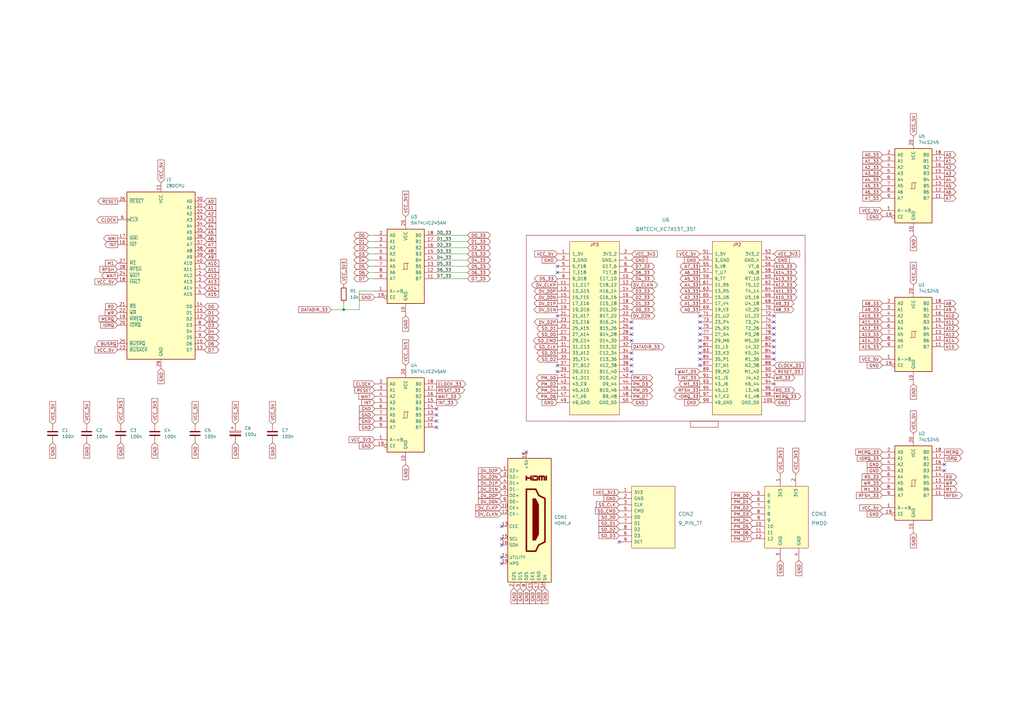
<source format=kicad_sch>
(kicad_sch (version 20211123) (generator eeschema)
  (paper "A3")
  (title_block (title "MSX-Tang Nano 9K Breakout") (date "2023-03-01"))
  (lib_symbols
    (symbol "74xx:74LS245" (pin_names (offset 1.016))
      (property "Reference" "U" (at -7.62 16.51 0))
      (property "Value" "74LS245" (at -7.62 -16.51 0))
      (symbol "74LS245_1_0"
        (pin input line (at -12.7 -10.16 0) (length 5.08) (name "A->B") (number "1"))
        (pin power_in line (at 0 -20.32 90) (length 5.08) (name "GND") (number "10"))
        (pin tri_state line (at 12.7 -5.08 180) (length 5.08) (name "B7") (number "11"))
        (pin tri_state line (at 12.7 -2.54 180) (length 5.08) (name "B6") (number "12"))
        (pin tri_state line (at 12.7 0 180) (length 5.08) (name "B5") (number "13"))
        (pin tri_state line (at 12.7 2.54 180) (length 5.08) (name "B4") (number "14"))
        (pin tri_state line (at 12.7 5.08 180) (length 5.08) (name "B3") (number "15"))
        (pin tri_state line (at 12.7 7.62 180) (length 5.08) (name "B2") (number "16"))
        (pin tri_state line (at 12.7 10.16 180) (length 5.08) (name "B1") (number "17"))
        (pin tri_state line (at 12.7 12.7 180) (length 5.08) (name "B0") (number "18"))
        (pin input inverted (at -12.7 -12.7 0) (length 5.08) (name "CE") (number "19"))
        (pin tri_state line (at -12.7 12.7 0) (length 5.08) (name "A0") (number "2"))
        (pin power_in line (at 0 20.32 270) (length 5.08) (name "VCC") (number "20"))
        (pin tri_state line (at -12.7 10.16 0) (length 5.08) (name "A1") (number "3"))
        (pin tri_state line (at -12.7 7.62 0) (length 5.08) (name "A2") (number "4"))
        (pin tri_state line (at -12.7 5.08 0) (length 5.08) (name "A3") (number "5"))
        (pin tri_state line (at -12.7 2.54 0) (length 5.08) (name "A4") (number "6"))
        (pin tri_state line (at -12.7 0 0) (length 5.08) (name "A5") (number "7"))
        (pin tri_state line (at -12.7 -2.54 0) (length 5.08) (name "A6") (number "8"))
        (pin tri_state line (at -12.7 -5.08 0) (length 5.08) (name "A7") (number "9"))
      )
    )
    (symbol "CPU:Z80CPU" (pin_names (offset 1.016))
      (property "Reference" "U" (at -13.97 35.56 0))
      (property "Value" "Z80CPU" (at 6.35 35.56 0))
      (symbol "Z80CPU_1_1"
        (pin output line (at 17.78 2.54 180) (length 3.81) (name "A11") (number "1"))
        (pin bidirectional line (at 17.78 -27.94 180) (length 3.81) (name "D6") (number "10"))
        (pin power_in line (at 0 38.1 270) (length 3.81) (name "VCC") (number "11"))
        (pin bidirectional line (at 17.78 -17.78 180) (length 3.81) (name "D2") (number "12"))
        (pin bidirectional line (at 17.78 -30.48 180) (length 3.81) (name "D7") (number "13"))
        (pin bidirectional line (at 17.78 -12.7 180) (length 3.81) (name "D0") (number "14"))
        (pin bidirectional line (at 17.78 -15.24 180) (length 3.81) (name "D1") (number "15"))
        (pin input line (at -17.78 12.7 0) (length 3.81) (name "~{INT}") (number "16"))
        (pin input line (at -17.78 15.24 0) (length 3.81) (name "~{NMI}") (number "17"))
        (pin output line (at -17.78 -2.54 0) (length 3.81) (name "~{HALT}") (number "18"))
        (pin output line (at -17.78 -17.78 0) (length 3.81) (name "~{MREQ}") (number "19"))
        (pin output line (at 17.78 0 180) (length 3.81) (name "A12") (number "2"))
        (pin output line (at -17.78 -20.32 0) (length 3.81) (name "~{IORQ}") (number "20"))
        (pin output line (at -17.78 -12.7 0) (length 3.81) (name "~{RD}") (number "21"))
        (pin output line (at -17.78 -15.24 0) (length 3.81) (name "~{WR}") (number "22"))
        (pin output line (at -17.78 -30.48 0) (length 3.81) (name "~{BUSACK}") (number "23"))
        (pin input line (at -17.78 0 0) (length 3.81) (name "~{WAIT}") (number "24"))
        (pin input line (at -17.78 -27.94 0) (length 3.81) (name "~{BUSRQ}") (number "25"))
        (pin input line (at -17.78 30.48 0) (length 3.81) (name "~{RESET}") (number "26"))
        (pin output line (at -17.78 5.08 0) (length 3.81) (name "~{M1}") (number "27"))
        (pin output line (at -17.78 2.54 0) (length 3.81) (name "~{RFSH}") (number "28"))
        (pin power_in line (at 0 -38.1 90) (length 3.81) (name "GND") (number "29"))
        (pin output line (at 17.78 -2.54 180) (length 3.81) (name "A13") (number "3"))
        (pin output line (at 17.78 30.48 180) (length 3.81) (name "A0") (number "30"))
        (pin output line (at 17.78 27.94 180) (length 3.81) (name "A1") (number "31"))
        (pin output line (at 17.78 25.4 180) (length 3.81) (name "A2") (number "32"))
        (pin output line (at 17.78 22.86 180) (length 3.81) (name "A3") (number "33"))
        (pin output line (at 17.78 20.32 180) (length 3.81) (name "A4") (number "34"))
        (pin output line (at 17.78 17.78 180) (length 3.81) (name "A5") (number "35"))
        (pin output line (at 17.78 15.24 180) (length 3.81) (name "A6") (number "36"))
        (pin output line (at 17.78 12.7 180) (length 3.81) (name "A7") (number "37"))
        (pin output line (at 17.78 10.16 180) (length 3.81) (name "A8") (number "38"))
        (pin output line (at 17.78 7.62 180) (length 3.81) (name "A9") (number "39"))
        (pin output line (at 17.78 -5.08 180) (length 3.81) (name "A14") (number "4"))
        (pin output line (at 17.78 5.08 180) (length 3.81) (name "A10") (number "40"))
        (pin output line (at 17.78 -7.62 180) (length 3.81) (name "A15") (number "5"))
        (pin input clock (at -17.78 22.86 0) (length 3.81) (name "~{CLK}") (number "6"))
        (pin bidirectional line (at 17.78 -22.86 180) (length 3.81) (name "D4") (number "7"))
        (pin bidirectional line (at 17.78 -20.32 180) (length 3.81) (name "D3") (number "8"))
        (pin bidirectional line (at 17.78 -25.4 180) (length 3.81) (name "D5") (number "9"))
      )
    )
    (symbol "Connector:HDMI_A"
      (property "Reference" "J" (at -6.35 26.67 0))
      (property "Value" "HDMI_A" (at 10.16 26.67 0))
      (symbol "HDMI_A_1_1"
        (pin passive line (at -10.16 20.32 0) (length 2.54) (name "D2+") (number "1"))
        (pin passive line (at -10.16 5.08 0) (length 2.54) (name "CK+") (number "10"))
        (pin power_in line (at 2.54 -27.94 90) (length 2.54) (name "CKS") (number "11"))
        (pin passive line (at -10.16 2.54 0) (length 2.54) (name "CK-") (number "12"))
        (pin bidirectional line (at -10.16 -2.54 0) (length 2.54) (name "CEC") (number "13"))
        (pin passive line (at -10.16 -15.24 0) (length 2.54) (name "UTILITY") (number "14"))
        (pin passive line (at -10.16 -7.62 0) (length 2.54) (name "SCL") (number "15"))
        (pin bidirectional line (at -10.16 -10.16 0) (length 2.54) (name "SDA") (number "16"))
        (pin power_in line (at 5.08 -27.94 90) (length 2.54) (name "GND") (number "17"))
        (pin power_in line (at 0 27.94 270) (length 2.54) (name "+5V") (number "18"))
        (pin passive line (at -10.16 -17.78 0) (length 2.54) (name "HPD") (number "19"))
        (pin power_in line (at -5.08 -27.94 90) (length 2.54) (name "D2S") (number "2"))
        (pin passive line (at -10.16 17.78 0) (length 2.54) (name "D2-") (number "3"))
        (pin passive line (at -10.16 15.24 0) (length 2.54) (name "D1+") (number "4"))
        (pin power_in line (at -2.54 -27.94 90) (length 2.54) (name "D1S") (number "5"))
        (pin passive line (at -10.16 12.7 0) (length 2.54) (name "D1-") (number "6"))
        (pin passive line (at -10.16 10.16 0) (length 2.54) (name "D0+") (number "7"))
        (pin power_in line (at 0 -27.94 90) (length 2.54) (name "D0S") (number "8"))
        (pin passive line (at -10.16 7.62 0) (length 2.54) (name "D0-") (number "9"))
        (pin passive line (at 7.62 -27.94 90) (length 2.54) (name "SH") (number "SH"))
      )
    )
    (symbol "Device:C" (pin_numbers hide) (pin_names (offset 0.254))
      (property "Reference" "C" (at 0.635 2.54 0))
      (property "Value" "C" (at 0.635 -2.54 0))
      (symbol "C_1_1"
        (pin passive line (at 0 3.81 270) (length 2.794) (name "~") (number "1"))
        (pin passive line (at 0 -3.81 90) (length 2.794) (name "~") (number "2"))
      )
    )
    (symbol "Device:C_Polarized" (pin_numbers hide) (pin_names (offset 0.254))
      (property "Reference" "C" (at 0.635 2.54 0))
      (property "Value" "C_Polarized" (at 0.635 -2.54 0))
      (symbol "C_Polarized_1_1"
        (pin passive line (at 0 3.81 270) (length 2.794) (name "~") (number "1"))
        (pin passive line (at 0 -3.81 90) (length 2.794) (name "~") (number "2"))
      )
    )
    (symbol "Device:R" (pin_numbers hide) (pin_names (offset 0))
      (property "Reference" "R" (at 2.032 0 90))
      (property "Value" "R" (at 0 0 90))
      (symbol "R_1_1"
        (pin passive line (at 0 3.81 270) (length 1.27) (name "~") (number "1"))
        (pin passive line (at 0 -3.81 90) (length 1.27) (name "~") (number "2"))
      )
    )
    (symbol "Mi_libreria:9_PIN_TF" (pin_names (offset 1.016))
      (property "Reference" "CON1" (at -1.27 3.81 0))
      (property "Value" "9_PIN_TF" (at -3.81 -1.27 0))
      (symbol "9_PIN_TF_1_0"
        (pin bidirectional line (at -13.97 10.16 0) (length 5) (name "3V3") (number "1"))
        (pin bidirectional line (at -13.97 7.62 0) (length 5) (name "GND") (number "2"))
        (pin bidirectional line (at -13.97 5.08 0) (length 5) (name "CLK") (number "3"))
        (pin bidirectional line (at -13.97 0 0) (length 5) (name "D0") (number "4"))
        (pin bidirectional line (at -13.97 2.54 0) (length 5) (name "CMD") (number "5"))
        (pin bidirectional line (at -13.97 -7.62 0) (length 5) (name "D3") (number "6"))
        (pin bidirectional line (at -13.97 -2.54 0) (length 5) (name "D1") (number "7"))
        (pin bidirectional line (at -13.97 -5.08 0) (length 5) (name "D2") (number "8"))
        (pin bidirectional line (at -13.97 -10.16 0) (length 5) (name "DET") (number "9"))
      )
    )
    (symbol "Mi_libreria:PMOD" (pin_names (offset 1.016))
      (property "Reference" "CON1" (at -1.27 3.81 0))
      (property "Value" "PMOD" (at -3.81 -1.27 0))
      (symbol "PMOD_1_0"
        (pin bidirectional line (at -2.54 17.78 270) (length 5) (name "3V3") (number "1"))
        (pin bidirectional line (at -13.97 -3.81 0) (length 5) (name "10") (number "10"))
        (pin bidirectional line (at -13.97 -6.35 0) (length 5) (name "11") (number "11"))
        (pin bidirectional line (at -13.97 -8.89 0) (length 5) (name "12") (number "12"))
        (pin bidirectional line (at 3.81 17.78 270) (length 5) (name "3V3") (number "2"))
        (pin bidirectional line (at -2.54 -17.78 90) (length 5) (name "GND") (number "3"))
        (pin bidirectional line (at 5.08 -17.78 90) (length 5) (name "GND") (number "4"))
        (pin bidirectional line (at -13.97 8.89 0) (length 5) (name "5") (number "5"))
        (pin bidirectional line (at -13.97 6.35 0) (length 5) (name "6") (number "6"))
        (pin bidirectional line (at -13.97 3.81 0) (length 5) (name "7") (number "7"))
        (pin bidirectional line (at -13.97 1.27 0) (length 5) (name "8") (number "8"))
        (pin bidirectional line (at -13.97 -1.27 0) (length 5) (name "9") (number "9"))
      )
    )
    (symbol "Mi_libreria:QMTECH_XC7A15T_35T" (pin_names (offset 1.016))
      (property "Reference" "U" (at -2.54 41.91 0))
      (property "Value" "QMTECH_XC7A15T_35T" (at -11.43 36.83 0))
      (symbol "QMTECH_XC7A15T_35T_0_0"
        (text "JP2" (at 29.21 31.75 0) (effects (font (size 1.27 1.27))))
        (text "JP3" (at -29.21 31.75 0) (effects (font (size 1.27 1.27))))
      )
      (symbol "QMTECH_XC7A15T_35T_1_0"
        (pin bidirectional line (at -44.45 27.94 0) (length 5) (name "1_5V") (number "1"))
        (pin bidirectional line (at -13.97 17.78 180) (length 5) (name "E17_10") (number "10"))
        (pin bidirectional line (at 44.45 -33.02 180) (length 5) (name "GND_50") (number "100"))
        (pin bidirectional line (at -44.45 15.24 0) (length 5) (name "11_C17") (number "11"))
        (pin bidirectional line (at -13.97 15.24 180) (length 5) (name "C18_12") (number "12"))
        (pin bidirectional line (at -44.45 12.7 0) (length 5) (name "13_G15") (number "13"))
        (pin bidirectional line (at -13.97 12.7 180) (length 5) (name "H16_14") (number "14"))
        (pin bidirectional line (at -44.45 10.16 0) (length 5) (name "15_F15") (number "15"))
        (pin bidirectional line (at -13.97 10.16 180) (length 5) (name "G16_16") (number "16"))
        (pin bidirectional line (at -44.45 7.62 0) (length 5) (name "17_E16") (number "17"))
        (pin bidirectional line (at -13.97 7.62 180) (length 5) (name "E15_18") (number "18"))
        (pin bidirectional line (at -44.45 5.08 0) (length 5) (name "19_D16") (number "19"))
        (pin bidirectional line (at -13.97 27.94 180) (length 5) (name "3V3_2") (number "2"))
        (pin bidirectional line (at -13.97 5.08 180) (length 5) (name "D15_20") (number "20"))
        (pin bidirectional line (at -44.45 2.54 0) (length 5) (name "21_A17") (number "21"))
        (pin bidirectional line (at -13.97 2.54 180) (length 5) (name "B17_22") (number "22"))
        (pin bidirectional line (at -44.45 0 0) (length 5) (name "23_C16") (number "23"))
        (pin bidirectional line (at -13.97 0 180) (length 5) (name "B16_24") (number "24"))
        (pin bidirectional line (at -44.45 -2.54 0) (length 5) (name "25_A15") (number "25"))
        (pin bidirectional line (at -13.97 -2.54 180) (length 5) (name "B15_26") (number "26"))
        (pin bidirectional line (at -44.45 -5.08 0) (length 5) (name "27_A14") (number "27"))
        (pin bidirectional line (at -13.97 -5.08 180) (length 5) (name "B14_28") (number "28"))
        (pin bidirectional line (at -44.45 -7.62 0) (length 5) (name "29_C14") (number "29"))
        (pin bidirectional line (at -44.45 25.4 0) (length 5) (name "3_GND") (number "3"))
        (pin bidirectional line (at -13.97 -7.62 180) (length 5) (name "D14_30") (number "30"))
        (pin bidirectional line (at -44.45 -10.16 0) (length 5) (name "31_C13") (number "31"))
        (pin bidirectional line (at -13.97 -10.16 180) (length 5) (name "D13_32") (number "32"))
        (pin bidirectional line (at -44.45 -12.7 0) (length 5) (name "33_A13") (number "33"))
        (pin bidirectional line (at -13.97 -12.7 180) (length 5) (name "C12_34") (number "34"))
        (pin bidirectional line (at -44.45 -15.24 0) (length 5) (name "35_F14") (number "35"))
        (pin bidirectional line (at -13.97 -15.24 180) (length 5) (name "E13_36") (number "36"))
        (pin bidirectional line (at -44.45 -17.78 0) (length 5) (name "37_B12") (number "37"))
        (pin bidirectional line (at -13.97 -17.78 180) (length 5) (name "A12_38") (number "38"))
        (pin bidirectional line (at -44.45 -20.32 0) (length 5) (name "39_C11") (number "39"))
        (pin bidirectional line (at -13.97 25.4 180) (length 5) (name "GND_4") (number "4"))
        (pin bidirectional line (at -13.97 -20.32 180) (length 5) (name "B11_40") (number "40"))
        (pin bidirectional line (at -44.45 -22.86 0) (length 5) (name "41_D11") (number "41"))
        (pin bidirectional line (at -13.97 -22.86 180) (length 5) (name "D10_42") (number "42"))
        (pin bidirectional line (at -44.45 -25.4 0) (length 5) (name "43_C9") (number "43"))
        (pin bidirectional line (at -13.97 -25.4 180) (length 5) (name "D9_44") (number "44"))
        (pin bidirectional line (at -44.45 -27.94 0) (length 5) (name "45_A10") (number "45"))
        (pin bidirectional line (at -13.97 -27.94 180) (length 5) (name "B10_46") (number "46"))
        (pin bidirectional line (at -44.45 -30.48 0) (length 5) (name "47_A9") (number "47"))
        (pin bidirectional line (at -13.97 -30.48 180) (length 5) (name "B9_48") (number "48"))
        (pin bidirectional line (at -44.45 -33.02 0) (length 5) (name "49_GND") (number "49"))
        (pin bidirectional line (at -44.45 22.86 0) (length 5) (name "5_F18") (number "5"))
        (pin bidirectional line (at -13.97 -33.02 180) (length 5) (name "GND_50") (number "50"))
        (pin bidirectional line (at 13.97 27.94 0) (length 5) (name "1_5V") (number "51"))
        (pin bidirectional line (at 44.45 27.94 180) (length 5) (name "3V3_2") (number "52"))
        (pin bidirectional line (at 13.97 25.4 0) (length 5) (name "3_GND") (number "53"))
        (pin bidirectional line (at 44.45 25.4 180) (length 5) (name "GND_4") (number "54"))
        (pin bidirectional line (at 13.97 22.86 0) (length 5) (name "5_V8") (number "55"))
        (pin bidirectional line (at 44.45 22.86 180) (length 5) (name "V7_6") (number "56"))
        (pin bidirectional line (at 13.97 20.32 0) (length 5) (name "7_U7") (number "57"))
        (pin bidirectional line (at 44.45 20.32 180) (length 5) (name "V6_8") (number "58"))
        (pin bidirectional line (at 13.97 17.78 0) (length 5) (name "9_T7") (number "59"))
        (pin bidirectional line (at -13.97 22.86 180) (length 5) (name "G17_6") (number "6"))
        (pin bidirectional line (at 44.45 17.78 180) (length 5) (name "R7_10") (number "60"))
        (pin bidirectional line (at 13.97 15.24 0) (length 5) (name "11_R6") (number "61"))
        (pin bidirectional line (at 44.45 15.24 180) (length 5) (name "T5_12") (number "62"))
        (pin bidirectional line (at 13.97 12.7 0) (length 5) (name "13_R5") (number "63"))
        (pin bidirectional line (at 44.45 12.7 180) (length 5) (name "T4_14") (number "64"))
        (pin bidirectional line (at 13.97 10.16 0) (length 5) (name "15_U6") (number "65"))
        (pin bidirectional line (at 44.45 10.16 180) (length 5) (name "U5_16") (number "66"))
        (pin bidirectional line (at 13.97 7.62 0) (length 5) (name "17_V4") (number "67"))
        (pin bidirectional line (at 44.45 7.62 180) (length 5) (name "U4_18") (number "68"))
        (pin bidirectional line (at 13.97 5.08 0) (length 5) (name "19_V3") (number "69"))
        (pin bidirectional line (at -44.45 20.32 0) (length 5) (name "7_E18") (number "7"))
        (pin bidirectional line (at 44.45 5.08 180) (length 5) (name "V2_20") (number "70"))
        (pin bidirectional line (at 13.97 2.54 0) (length 5) (name "21_U2") (number "71"))
        (pin bidirectional line (at 44.45 2.54 180) (length 5) (name "U1_22") (number "72"))
        (pin bidirectional line (at 13.97 0 0) (length 5) (name "23_P4") (number "73"))
        (pin bidirectional line (at 44.45 0 180) (length 5) (name "T3_24") (number "74"))
        (pin bidirectional line (at 13.97 -2.54 0) (length 5) (name "25_R3") (number "75"))
        (pin bidirectional line (at 44.45 -2.54 180) (length 5) (name "T2_26") (number "76"))
        (pin bidirectional line (at 13.97 -5.08 0) (length 5) (name "27_N4") (number "77"))
        (pin bidirectional line (at 44.45 -5.08 180) (length 5) (name "P3_28") (number "78"))
        (pin bidirectional line (at 13.97 -7.62 0) (length 5) (name "29_M6") (number "79"))
        (pin bidirectional line (at -13.97 20.32 180) (length 5) (name "F17_8") (number "8"))
        (pin bidirectional line (at 44.45 -7.62 180) (length 5) (name "M5_30") (number "80"))
        (pin bidirectional line (at 13.97 -10.16 0) (length 5) (name "31_L5") (number "81"))
        (pin bidirectional line (at 44.45 -10.16 180) (length 5) (name "L4_32") (number "82"))
        (pin bidirectional line (at 13.97 -12.7 0) (length 5) (name "33_K3") (number "83"))
        (pin bidirectional line (at 44.45 -12.7 180) (length 5) (name "K5_34") (number "84"))
        (pin bidirectional line (at 13.97 -15.24 0) (length 5) (name "35_P1") (number "85"))
        (pin bidirectional line (at 44.45 -15.24 180) (length 5) (name "R1_36") (number "86"))
        (pin bidirectional line (at 13.97 -17.78 0) (length 5) (name "37_N1") (number "87"))
        (pin bidirectional line (at 44.45 -17.78 180) (length 5) (name "N2_38") (number "88"))
        (pin bidirectional line (at 13.97 -20.32 0) (length 5) (name "39_M2") (number "89"))
        (pin bidirectional line (at -44.45 17.78 0) (length 5) (name "9_D18") (number "9"))
        (pin bidirectional line (at 44.45 -20.32 180) (length 5) (name "M1_40") (number "90"))
        (pin bidirectional line (at 13.97 -22.86 0) (length 5) (name "41_J5") (number "91"))
        (pin bidirectional line (at 44.45 -22.86 180) (length 5) (name "J4_42") (number "92"))
        (pin bidirectional line (at 13.97 -25.4 0) (length 5) (name "43_J6") (number "93"))
        (pin bidirectional line (at 44.45 -25.4 180) (length 5) (name "K6_44") (number "94"))
        (pin bidirectional line (at 13.97 -27.94 0) (length 5) (name "45_L2") (number "95"))
        (pin bidirectional line (at 44.45 -27.94 180) (length 5) (name "L3_46") (number "96"))
        (pin bidirectional line (at 13.97 -30.48 0) (length 5) (name "47_K2") (number "97"))
        (pin bidirectional line (at 44.45 -30.48 180) (length 5) (name "K1_48") (number "98"))
        (pin bidirectional line (at 13.97 -33.02 0) (length 5) (name "49_GND") (number "99"))
      )
    )
    (symbol "Mi_libreria:SN74LVC245AN" (pin_names (offset 1.016))
      (property "Reference" "U" (at -7.62 16.51 0))
      (property "Value" "SN74LVC245AN" (at -7.62 -16.51 0))
      (symbol "SN74LVC245AN_1_0"
        (pin input line (at -12.7 -10.16 0) (length 5.08) (name "A->B") (number "1"))
        (pin power_in line (at 0 -20.32 90) (length 5.08) (name "GND") (number "10"))
        (pin tri_state line (at 12.7 -5.08 180) (length 5.08) (name "B7") (number "11"))
        (pin tri_state line (at 12.7 -2.54 180) (length 5.08) (name "B6") (number "12"))
        (pin tri_state line (at 12.7 0 180) (length 5.08) (name "B5") (number "13"))
        (pin tri_state line (at 12.7 2.54 180) (length 5.08) (name "B4") (number "14"))
        (pin tri_state line (at 12.7 5.08 180) (length 5.08) (name "B3") (number "15"))
        (pin tri_state line (at 12.7 7.62 180) (length 5.08) (name "B2") (number "16"))
        (pin tri_state line (at 12.7 10.16 180) (length 5.08) (name "B1") (number "17"))
        (pin tri_state line (at 12.7 12.7 180) (length 5.08) (name "B0") (number "18"))
        (pin input inverted (at -12.7 -12.7 0) (length 5.08) (name "CE") (number "19"))
        (pin tri_state line (at -12.7 12.7 0) (length 5.08) (name "A0") (number "2"))
        (pin power_in line (at 0 20.32 270) (length 5.08) (name "VCC") (number "20"))
        (pin tri_state line (at -12.7 10.16 0) (length 5.08) (name "A1") (number "3"))
        (pin tri_state line (at -12.7 7.62 0) (length 5.08) (name "A2") (number "4"))
        (pin tri_state line (at -12.7 5.08 0) (length 5.08) (name "A3") (number "5"))
        (pin tri_state line (at -12.7 2.54 0) (length 5.08) (name "A4") (number "6"))
        (pin tri_state line (at -12.7 0 0) (length 5.08) (name "A5") (number "7"))
        (pin tri_state line (at -12.7 -2.54 0) (length 5.08) (name "A6") (number "8"))
        (pin tri_state line (at -12.7 -5.08 0) (length 5.08) (name "A7") (number "9"))
      )
    )
  )
  (junction (at 140.97 127))
  (no_connect (at 259.08 147.32))
  (no_connect (at 387.35 190.5))
  (no_connect (at 317.5 132.08))
  (no_connect (at 287.02 134.62))
  (no_connect (at 287.02 137.16))
  (no_connect (at 259.08 152.4))
  (no_connect (at 259.08 137.16))
  (no_connect (at 228.6 149.86))
  (no_connect (at 317.5 129.54))
  (no_connect (at 387.35 193.04))
  (no_connect (at 228.6 152.4))
  (no_connect (at 317.5 134.62))
  (no_connect (at 215.9 185.42))
  (no_connect (at 287.02 139.7))
  (no_connect (at 259.08 134.62))
  (no_connect (at 205.74 220.98))
  (no_connect (at 287.02 132.08))
  (no_connect (at 228.6 129.54))
  (no_connect (at 179.07 167.64))
  (no_connect (at 317.5 157.48))
  (no_connect (at 259.08 144.78))
  (no_connect (at 254 222.25))
  (no_connect (at 205.74 231.14))
  (no_connect (at 317.5 142.24))
  (no_connect (at 228.6 109.22))
  (no_connect (at 287.02 149.86))
  (no_connect (at 287.02 142.24))
  (no_connect (at 228.6 111.76))
  (no_connect (at 317.5 139.7))
  (no_connect (at 205.74 228.6))
  (no_connect (at 317.5 147.32))
  (no_connect (at 179.07 175.26))
  (no_connect (at 317.5 137.16))
  (no_connect (at 287.02 147.32))
  (no_connect (at 259.08 139.7))
  (no_connect (at 205.74 223.52))
  (no_connect (at 317.5 144.78))
  (no_connect (at 259.08 132.08))
  (no_connect (at 179.07 172.72))
  (no_connect (at 179.07 170.18))
  (no_connect (at 287.02 144.78))
  (no_connect (at 287.02 129.54))
  (no_connect (at 259.08 149.86))
  (no_connect (at 205.74 215.9))
  (wire (pts (xy 151.13 111.76) (xy 153.67 111.76)))
  (wire (pts (xy 151.13 96.52) (xy 153.67 96.52)))
  (wire (pts (xy 179.07 114.3) (xy 191.77 114.3)))
  (wire (pts (xy 179.07 104.14) (xy 191.77 104.14)))
  (wire (pts (xy 179.07 96.52) (xy 191.77 96.52)))
  (wire (pts (xy 151.13 114.3) (xy 153.67 114.3)))
  (wire (pts (xy 179.07 111.76) (xy 191.77 111.76)))
  (wire (pts (xy 151.13 109.22) (xy 153.67 109.22)))
  (wire (pts (xy 179.07 101.6) (xy 191.77 101.6)))
  (wire (pts (xy 179.07 109.22) (xy 191.77 109.22)))
  (wire (pts (xy 151.13 106.68) (xy 153.67 106.68)))
  (wire (pts (xy 179.07 106.68) (xy 191.77 106.68)))
  (wire (pts (xy 147.32 119.38) (xy 147.32 127)))
  (wire (pts (xy 151.13 101.6) (xy 153.67 101.6)))
  (wire (pts (xy 147.32 119.38) (xy 153.67 119.38)))
  (wire (pts (xy 151.13 99.06) (xy 153.67 99.06)))
  (wire (pts (xy 151.13 104.14) (xy 153.67 104.14)))
  (wire (pts (xy 140.97 124.46) (xy 140.97 127)))
  (wire (pts (xy 179.07 99.06) (xy 191.77 99.06)))
  (wire (pts (xy 135.89 127) (xy 140.97 127)))
  (wire (pts (xy 140.97 127) (xy 147.32 127)))
  (label "D0_33" (at 179.07 96.52 0))
  (label "D5_33" (at 179.07 109.22 0))
  (label "D4_33" (at 179.07 106.68 0))
  (label "D6_33" (at 179.07 111.76 0))
  (label "D3_33" (at 179.07 104.14 0))
  (label "D7_33" (at 179.07 114.3 0))
  (label "D2_33" (at 179.07 101.6 0))
  (label "D1_33" (at 179.07 99.06 0))
  (global_label "PM_D6" (shape output) (at 228.6 162.56 180) (property "Intersheet References" "${INTERSHEET_REFS}" (effects hide)))
  (global_label "PM_D1" (shape output) (at 259.08 154.94 0) (property "Intersheet References" "${INTERSHEET_REFS}" (effects hide)))
  (global_label "SD_D0" (shape input) (at 254 212.09 180) (property "Intersheet References" "${INTERSHEET_REFS}" (effects hide)))
  (global_label "VCC_3V3" (shape input) (at 63.5 173.99 90) (property "Intersheet References" "${INTERSHEET_REFS}" (effects hide)))
  (global_label "A1_33" (shape output) (at 287.02 124.46 180) (property "Intersheet References" "${INTERSHEET_REFS}" (effects hide)))
  (global_label "A10" (shape output) (at 387.35 129.54 0) (property "Intersheet References" "${INTERSHEET_REFS}" (effects hide)))
  (global_label "D1" (shape bidirectional) (at 83.82 128.27 0) (property "Intersheet References" "${INTERSHEET_REFS}" (effects hide)))
  (global_label "PM_D5" (shape output) (at 259.08 160.02 0) (property "Intersheet References" "${INTERSHEET_REFS}" (effects hide)))
  (global_label "D4" (shape bidirectional) (at 83.82 135.89 0) (property "Intersheet References" "${INTERSHEET_REFS}" (effects hide)))
  (global_label "A8" (shape output) (at 387.35 124.46 0) (property "Intersheet References" "${INTERSHEET_REFS}" (effects hide)))
  (global_label "D1_33" (shape bidirectional) (at 259.08 124.46 0) (property "Intersheet References" "${INTERSHEET_REFS}" (effects hide)))
  (global_label "PM_D5" (shape input) (at 308.61 215.9 180) (property "Intersheet References" "${INTERSHEET_REFS}" (effects hide)))
  (global_label "SD_D3" (shape output) (at 228.6 144.78 180) (property "Intersheet References" "${INTERSHEET_REFS}" (effects hide)))
  (global_label "GND" (shape input) (at 287.02 165.1 180) (property "Intersheet References" "${INTERSHEET_REFS}" (effects hide)))
  (global_label "DV_D0P" (shape output) (at 228.6 119.38 180) (property "Intersheet References" "${INTERSHEET_REFS}" (effects hide)))
  (global_label "WAIT_33" (shape output) (at 179.07 162.56 0) (property "Intersheet References" "${INTERSHEET_REFS}" (effects hide)))
  (global_label "GND" (shape input) (at 35.56 181.61 270) (property "Intersheet References" "${INTERSHEET_REFS}" (effects hide)))
  (global_label "VCC_5V" (shape input) (at 48.26 115.57 180) (property "Intersheet References" "${INTERSHEET_REFS}" (effects hide)))
  (global_label "A8_33" (shape output) (at 317.5 127 0) (property "Intersheet References" "${INTERSHEET_REFS}" (effects hide)))
  (global_label "WR" (shape input) (at 48.26 128.27 180) (property "Intersheet References" "${INTERSHEET_REFS}" (effects hide)))
  (global_label "SD_D2" (shape input) (at 254 217.17 180) (property "Intersheet References" "${INTERSHEET_REFS}" (effects hide)))
  (global_label "A15_33" (shape output) (at 317.5 109.22 0) (property "Intersheet References" "${INTERSHEET_REFS}" (effects hide)))
  (global_label "GND" (shape input) (at 96.52 181.61 270) (property "Intersheet References" "${INTERSHEET_REFS}" (effects hide)))
  (global_label "GND" (shape input) (at 254 204.47 180) (property "Intersheet References" "${INTERSHEET_REFS}" (effects hide)))
  (global_label "A2" (shape input) (at 83.82 87.63 0) (property "Intersheet References" "${INTERSHEET_REFS}" (effects hide)))
  (global_label "A11" (shape output) (at 387.35 132.08 0) (property "Intersheet References" "${INTERSHEET_REFS}" (effects hide)))
  (global_label "D3" (shape bidirectional) (at 151.13 104.14 180) (property "Intersheet References" "${INTERSHEET_REFS}" (effects hide)))
  (global_label "VCC_3V3" (shape input) (at 317.5 104.14 0) (property "Intersheet References" "${INTERSHEET_REFS}" (effects hide)))
  (global_label "MERQ_33" (shape output) (at 317.5 162.56 0) (property "Intersheet References" "${INTERSHEET_REFS}" (effects hide)))
  (global_label "M1_33" (shape input) (at 361.95 200.66 180) (property "Intersheet References" "${INTERSHEET_REFS}" (effects hide)))
  (global_label "MERQ_33" (shape input) (at 361.95 185.42 180) (property "Intersheet References" "${INTERSHEET_REFS}" (effects hide)))
  (global_label "PM_D0" (shape input) (at 308.61 203.2 180) (property "Intersheet References" "${INTERSHEET_REFS}" (effects hide)))
  (global_label "A11_33" (shape output) (at 317.5 119.38 0) (property "Intersheet References" "${INTERSHEET_REFS}" (effects hide)))
  (global_label "SD_D1" (shape input) (at 254 214.63 180) (property "Intersheet References" "${INTERSHEET_REFS}" (effects hide)))
  (global_label "SD_CLK" (shape input) (at 254 207.01 180) (property "Intersheet References" "${INTERSHEET_REFS}" (effects hide)))
  (global_label "VCC_5V" (shape input) (at 48.26 143.51 180) (property "Intersheet References" "${INTERSHEET_REFS}" (effects hide)))
  (global_label "GND" (shape input) (at 153.67 167.64 180) (property "Intersheet References" "${INTERSHEET_REFS}" (effects hide)))
  (global_label "RFSH" (shape output) (at 387.35 203.2 0) (property "Intersheet References" "${INTERSHEET_REFS}" (effects hide)))
  (global_label "PM_D7" (shape output) (at 259.08 162.56 0) (property "Intersheet References" "${INTERSHEET_REFS}" (effects hide)))
  (global_label "A4" (shape input) (at 83.82 92.71 0) (property "Intersheet References" "${INTERSHEET_REFS}" (effects hide)))
  (global_label "A5" (shape input) (at 83.82 95.25 0) (property "Intersheet References" "${INTERSHEET_REFS}" (effects hide)))
  (global_label "VCC_3V3" (shape input) (at 320.04 194.31 90) (property "Intersheet References" "${INTERSHEET_REFS}" (effects hide)))
  (global_label "CLOCK_33" (shape output) (at 179.07 157.48 0) (property "Intersheet References" "${INTERSHEET_REFS}" (effects hide)))
  (global_label "VCC_5V" (shape input) (at 374.65 177.8 90) (property "Intersheet References" "${INTERSHEET_REFS}" (effects hide)))
  (global_label "D6_33" (shape bidirectional) (at 259.08 111.76 0) (property "Intersheet References" "${INTERSHEET_REFS}" (effects hide)))
  (global_label "A7" (shape output) (at 387.35 81.28 0) (property "Intersheet References" "${INTERSHEET_REFS}" (effects hide)))
  (global_label "RD" (shape input) (at 48.26 125.73 180) (property "Intersheet References" "${INTERSHEET_REFS}" (effects hide)))
  (global_label "IORQ_33" (shape input) (at 361.95 187.96 180) (property "Intersheet References" "${INTERSHEET_REFS}" (effects hide)))
  (global_label "A7_33" (shape input) (at 361.95 81.28 180) (property "Intersheet References" "${INTERSHEET_REFS}" (effects hide)))
  (global_label "M1" (shape output) (at 387.35 200.66 0) (property "Intersheet References" "${INTERSHEET_REFS}" (effects hide)))
  (global_label "GND" (shape input) (at 320.04 229.87 270) (property "Intersheet References" "${INTERSHEET_REFS}" (effects hide)))
  (global_label "A0" (shape input) (at 83.82 82.55 0) (property "Intersheet References" "${INTERSHEET_REFS}" (effects hide)))
  (global_label "DV_D0N" (shape output) (at 228.6 121.92 180) (property "Intersheet References" "${INTERSHEET_REFS}" (effects hide)))
  (global_label "GND" (shape input) (at 361.95 193.04 180) (property "Intersheet References" "${INTERSHEET_REFS}" (effects hide)))
  (global_label "GND" (shape input) (at 228.6 106.68 180) (property "Intersheet References" "${INTERSHEET_REFS}" (effects hide)))
  (global_label "SD_CMD" (shape output) (at 228.6 139.7 180) (property "Intersheet References" "${INTERSHEET_REFS}" (effects hide)))
  (global_label "DV_D1P" (shape input) (at 205.74 198.12 180) (property "Intersheet References" "${INTERSHEET_REFS}" (effects hide)))
  (global_label "A13" (shape input) (at 83.82 115.57 0) (property "Intersheet References" "${INTERSHEET_REFS}" (effects hide)))
  (global_label "D2" (shape bidirectional) (at 83.82 130.81 0) (property "Intersheet References" "${INTERSHEET_REFS}" (effects hide)))
  (global_label "PM_D2" (shape output) (at 228.6 157.48 180) (property "Intersheet References" "${INTERSHEET_REFS}" (effects hide)))
  (global_label "A9" (shape input) (at 83.82 105.41 0) (property "Intersheet References" "${INTERSHEET_REFS}" (effects hide)))
  (global_label "RFSH_33" (shape output) (at 287.02 160.02 180) (property "Intersheet References" "${INTERSHEET_REFS}" (effects hide)))
  (global_label "A3_33" (shape input) (at 361.95 71.12 180) (property "Intersheet References" "${INTERSHEET_REFS}" (effects hide)))
  (global_label "A5" (shape output) (at 387.35 76.2 0) (property "Intersheet References" "${INTERSHEET_REFS}" (effects hide)))
  (global_label "D6_33" (shape bidirectional) (at 191.77 111.76 0) (property "Intersheet References" "${INTERSHEET_REFS}" (effects hide)))
  (global_label "D0" (shape bidirectional) (at 151.13 96.52 180) (property "Intersheet References" "${INTERSHEET_REFS}" (effects hide)))
  (global_label "GND" (shape input) (at 361.95 210.82 180) (property "Intersheet References" "${INTERSHEET_REFS}" (effects hide)))
  (global_label "GND" (shape input) (at 66.04 151.13 270) (property "Intersheet References" "${INTERSHEET_REFS}" (effects hide)))
  (global_label "DV_CLKN" (shape output) (at 259.08 116.84 0) (property "Intersheet References" "${INTERSHEET_REFS}" (effects hide)))
  (global_label "GND" (shape input) (at 361.95 149.86 180) (property "Intersheet References" "${INTERSHEET_REFS}" (effects hide)))
  (global_label "DV_D2P" (shape output) (at 228.6 132.08 180) (property "Intersheet References" "${INTERSHEET_REFS}" (effects hide)))
  (global_label "A9_33" (shape input) (at 361.95 127 180) (property "Intersheet References" "${INTERSHEET_REFS}" (effects hide)))
  (global_label "DV_D1N" (shape output) (at 228.6 127 180) (property "Intersheet References" "${INTERSHEET_REFS}" (effects hide)))
  (global_label "VCC_3V3" (shape input) (at 254 201.93 180) (property "Intersheet References" "${INTERSHEET_REFS}" (effects hide)))
  (global_label "A10_33" (shape output) (at 317.5 121.92 0) (property "Intersheet References" "${INTERSHEET_REFS}" (effects hide)))
  (global_label "A15" (shape input) (at 83.82 120.65 0) (property "Intersheet References" "${INTERSHEET_REFS}" (effects hide)))
  (global_label "D0_33" (shape bidirectional) (at 191.77 96.52 0) (property "Intersheet References" "${INTERSHEET_REFS}" (effects hide)))
  (global_label "GND" (shape input) (at 218.44 241.3 270) (property "Intersheet References" "${INTERSHEET_REFS}" (effects hide)))
  (global_label "RD_33" (shape input) (at 361.95 195.58 180) (property "Intersheet References" "${INTERSHEET_REFS}" (effects hide)))
  (global_label "D2_33" (shape bidirectional) (at 259.08 121.92 0) (property "Intersheet References" "${INTERSHEET_REFS}" (effects hide)))
  (global_label "GND" (shape input) (at 153.67 182.88 180) (property "Intersheet References" "${INTERSHEET_REFS}" (effects hide)))
  (global_label "A7" (shape input) (at 83.82 100.33 0) (property "Intersheet References" "${INTERSHEET_REFS}" (effects hide)))
  (global_label "GND" (shape input) (at 317.5 106.68 0) (property "Intersheet References" "${INTERSHEET_REFS}" (effects hide)))
  (global_label "D7" (shape bidirectional) (at 83.82 143.51 0) (property "Intersheet References" "${INTERSHEET_REFS}" (effects hide)))
  (global_label "A14" (shape input) (at 83.82 118.11 0) (property "Intersheet References" "${INTERSHEET_REFS}" (effects hide)))
  (global_label "VCC_5V" (shape input) (at 361.95 147.32 180) (property "Intersheet References" "${INTERSHEET_REFS}" (effects hide)))
  (global_label "CLOCK" (shape input) (at 153.67 157.48 180) (property "Intersheet References" "${INTERSHEET_REFS}" (effects hide)))
  (global_label "D4_33" (shape bidirectional) (at 191.77 106.68 0) (property "Intersheet References" "${INTERSHEET_REFS}" (effects hide)))
  (global_label "INT" (shape input) (at 153.67 165.1 180) (property "Intersheet References" "${INTERSHEET_REFS}" (effects hide)))
  (global_label "VCC_5V" (shape input) (at 287.02 104.14 180) (property "Intersheet References" "${INTERSHEET_REFS}" (effects hide)))
  (global_label "A1_33" (shape input) (at 361.95 66.04 180) (property "Intersheet References" "${INTERSHEET_REFS}" (effects hide)))
  (global_label "A6" (shape output) (at 387.35 78.74 0) (property "Intersheet References" "${INTERSHEET_REFS}" (effects hide)))
  (global_label "GND" (shape input) (at 220.98 241.3 270) (property "Intersheet References" "${INTERSHEET_REFS}" (effects hide)))
  (global_label "A0_33" (shape output) (at 287.02 127 180) (property "Intersheet References" "${INTERSHEET_REFS}" (effects hide)))
  (global_label "RD" (shape output) (at 387.35 195.58 0) (property "Intersheet References" "${INTERSHEET_REFS}" (effects hide)))
  (global_label "PM_D3" (shape input) (at 308.61 210.82 180) (property "Intersheet References" "${INTERSHEET_REFS}" (effects hide)))
  (global_label "CLOCK_33" (shape input) (at 317.5 149.86 0) (property "Intersheet References" "${INTERSHEET_REFS}" (effects hide)))
  (global_label "GND" (shape input) (at 153.67 175.26 180) (property "Intersheet References" "${INTERSHEET_REFS}" (effects hide)))
  (global_label "A6_33" (shape input) (at 361.95 78.74 180) (property "Intersheet References" "${INTERSHEET_REFS}" (effects hide)))
  (global_label "PM_D3" (shape output) (at 259.08 157.48 0) (property "Intersheet References" "${INTERSHEET_REFS}" (effects hide)))
  (global_label "A1" (shape output) (at 387.35 66.04 0) (property "Intersheet References" "${INTERSHEET_REFS}" (effects hide)))
  (global_label "GND" (shape input) (at 228.6 165.1 180) (property "Intersheet References" "${INTERSHEET_REFS}" (effects hide)))
  (global_label "D4" (shape bidirectional) (at 151.13 106.68 180) (property "Intersheet References" "${INTERSHEET_REFS}" (effects hide)))
  (global_label "IORQ_33" (shape output) (at 287.02 162.56 180) (property "Intersheet References" "${INTERSHEET_REFS}" (effects hide)))
  (global_label "VCC_3V3" (shape input) (at 166.37 88.9 90) (property "Intersheet References" "${INTERSHEET_REFS}" (effects hide)))
  (global_label "PM_D7" (shape input) (at 308.61 220.98 180) (property "Intersheet References" "${INTERSHEET_REFS}" (effects hide)))
  (global_label "NMI" (shape output) (at 48.26 97.79 180) (property "Intersheet References" "${INTERSHEET_REFS}" (effects hide)))
  (global_label "A12_33" (shape output) (at 317.5 116.84 0) (property "Intersheet References" "${INTERSHEET_REFS}" (effects hide)))
  (global_label "A0" (shape output) (at 387.35 63.5 0) (property "Intersheet References" "${INTERSHEET_REFS}" (effects hide)))
  (global_label "IORQ" (shape output) (at 387.35 187.96 0) (property "Intersheet References" "${INTERSHEET_REFS}" (effects hide)))
  (global_label "WAIT_33" (shape input) (at 287.02 152.4 180) (property "Intersheet References" "${INTERSHEET_REFS}" (effects hide)))
  (global_label "PM_D6" (shape input) (at 308.61 218.44 180) (property "Intersheet References" "${INTERSHEET_REFS}" (effects hide)))
  (global_label "GND" (shape input) (at 317.5 165.1 0) (property "Intersheet References" "${INTERSHEET_REFS}" (effects hide)))
  (global_label "D2_33" (shape bidirectional) (at 191.77 101.6 0) (property "Intersheet References" "${INTERSHEET_REFS}" (effects hide)))
  (global_label "GND" (shape input) (at 287.02 106.68 180) (property "Intersheet References" "${INTERSHEET_REFS}" (effects hide)))
  (global_label "A14_33" (shape input) (at 361.95 139.7 180) (property "Intersheet References" "${INTERSHEET_REFS}" (effects hide)))
  (global_label "VCC_5V" (shape input) (at 35.56 173.99 90) (property "Intersheet References" "${INTERSHEET_REFS}" (effects hide)))
  (global_label "VCC_5V" (shape input) (at 96.52 173.99 90) (property "Intersheet References" "${INTERSHEET_REFS}" (effects hide)))
  (global_label "VCC_3V3" (shape input) (at 259.08 104.14 0) (property "Intersheet References" "${INTERSHEET_REFS}" (effects hide)))
  (global_label "M1_33" (shape output) (at 287.02 157.48 180) (property "Intersheet References" "${INTERSHEET_REFS}" (effects hide)))
  (global_label "DV_CLKP" (shape output) (at 228.6 116.84 180) (property "Intersheet References" "${INTERSHEET_REFS}" (effects hide)))
  (global_label "VCC_5V" (shape input) (at 66.04 74.93 90) (property "Intersheet References" "${INTERSHEET_REFS}" (effects hide)))
  (global_label "A15" (shape output) (at 387.35 142.24 0) (property "Intersheet References" "${INTERSHEET_REFS}" (effects hide)))
  (global_label "D5_33" (shape bidirectional) (at 228.6 114.3 180) (property "Intersheet References" "${INTERSHEET_REFS}" (effects hide)))
  (global_label "GND" (shape input) (at 374.65 157.48 270) (property "Intersheet References" "${INTERSHEET_REFS}" (effects hide)))
  (global_label "VCC_3V3" (shape input) (at 49.53 173.99 90) (property "Intersheet References" "${INTERSHEET_REFS}" (effects hide)))
  (global_label "GND" (shape input) (at 259.08 165.1 0) (property "Intersheet References" "${INTERSHEET_REFS}" (effects hide)))
  (global_label "DATADIR_33" (shape input) (at 135.89 127 180) (property "Intersheet References" "${INTERSHEET_REFS}" (effects hide)))
  (global_label "D6" (shape bidirectional) (at 83.82 140.97 0) (property "Intersheet References" "${INTERSHEET_REFS}" (effects hide)))
  (global_label "A15_33" (shape input) (at 361.95 142.24 180) (property "Intersheet References" "${INTERSHEET_REFS}" (effects hide)))
  (global_label "GND" (shape input) (at 166.37 129.54 270) (property "Intersheet References" "${INTERSHEET_REFS}" (effects hide)))
  (global_label "D4_33" (shape bidirectional) (at 259.08 114.3 0) (property "Intersheet References" "${INTERSHEET_REFS}" (effects hide)))
  (global_label "GND" (shape input) (at 327.66 229.87 270) (property "Intersheet References" "${INTERSHEET_REFS}" (effects hide)))
  (global_label "PM_D1" (shape input) (at 308.61 205.74 180) (property "Intersheet References" "${INTERSHEET_REFS}" (effects hide)))
  (global_label "A9_33" (shape output) (at 317.5 124.46 0) (property "Intersheet References" "${INTERSHEET_REFS}" (effects hide)))
  (global_label "DV_D2N" (shape input) (at 205.74 195.58 180) (property "Intersheet References" "${INTERSHEET_REFS}" (effects hide)))
  (global_label "WR_33" (shape input) (at 361.95 198.12 180) (property "Intersheet References" "${INTERSHEET_REFS}" (effects hide)))
  (global_label "RESET" (shape output) (at 48.26 82.55 180) (property "Intersheet References" "${INTERSHEET_REFS}" (effects hide)))
  (global_label "A3_33" (shape output) (at 287.02 119.38 180) (property "Intersheet References" "${INTERSHEET_REFS}" (effects hide)))
  (global_label "A3" (shape input) (at 83.82 90.17 0) (property "Intersheet References" "${INTERSHEET_REFS}" (effects hide)))
  (global_label "GND" (shape input) (at 210.82 241.3 270) (property "Intersheet References" "${INTERSHEET_REFS}" (effects hide)))
  (global_label "RESET_33" (shape output) (at 179.07 160.02 0) (property "Intersheet References" "${INTERSHEET_REFS}" (effects hide)))
  (global_label "PM_D4" (shape output) (at 228.6 160.02 180) (property "Intersheet References" "${INTERSHEET_REFS}" (effects hide)))
  (global_label "A12_33" (shape input) (at 361.95 134.62 180) (property "Intersheet References" "${INTERSHEET_REFS}" (effects hide)))
  (global_label "A13_33" (shape output) (at 317.5 114.3 0) (property "Intersheet References" "${INTERSHEET_REFS}" (effects hide)))
  (global_label "DV_D2P" (shape input) (at 205.74 193.04 180) (property "Intersheet References" "${INTERSHEET_REFS}" (effects hide)))
  (global_label "SD_D0" (shape output) (at 228.6 137.16 180) (property "Intersheet References" "${INTERSHEET_REFS}" (effects hide)))
  (global_label "PM_D4" (shape input) (at 308.61 213.36 180) (property "Intersheet References" "${INTERSHEET_REFS}" (effects hide)))
  (global_label "A8" (shape input) (at 83.82 102.87 0) (property "Intersheet References" "${INTERSHEET_REFS}" (effects hide)))
  (global_label "WAIT" (shape output) (at 48.26 113.03 180) (property "Intersheet References" "${INTERSHEET_REFS}" (effects hide)))
  (global_label "VCC_3V3" (shape input) (at 140.97 116.84 90) (property "Intersheet References" "${INTERSHEET_REFS}" (effects hide)))
  (global_label "GND" (shape input) (at 153.67 172.72 180) (property "Intersheet References" "${INTERSHEET_REFS}" (effects hide)))
  (global_label "D5" (shape bidirectional) (at 151.13 109.22 180) (property "Intersheet References" "${INTERSHEET_REFS}" (effects hide)))
  (global_label "A2" (shape output) (at 387.35 68.58 0) (property "Intersheet References" "${INTERSHEET_REFS}" (effects hide)))
  (global_label "RFSH_33" (shape input) (at 361.95 203.2 180) (property "Intersheet References" "${INTERSHEET_REFS}" (effects hide)))
  (global_label "GND" (shape input) (at 80.01 181.61 270) (property "Intersheet References" "${INTERSHEET_REFS}" (effects hide)))
  (global_label "D2" (shape bidirectional) (at 151.13 101.6 180) (property "Intersheet References" "${INTERSHEET_REFS}" (effects hide)))
  (global_label "A8_33" (shape input) (at 361.95 124.46 180) (property "Intersheet References" "${INTERSHEET_REFS}" (effects hide)))
  (global_label "INT_33" (shape output) (at 179.07 165.1 0) (property "Intersheet References" "${INTERSHEET_REFS}" (effects hide)))
  (global_label "D1" (shape bidirectional) (at 151.13 99.06 180) (property "Intersheet References" "${INTERSHEET_REFS}" (effects hide)))
  (global_label "VCC_5V" (shape input) (at 361.95 86.36 180) (property "Intersheet References" "${INTERSHEET_REFS}" (effects hide)))
  (global_label "D7" (shape bidirectional) (at 151.13 114.3 180) (property "Intersheet References" "${INTERSHEET_REFS}" (effects hide)))
  (global_label "VCC_5V" (shape input) (at 361.95 208.28 180) (property "Intersheet References" "${INTERSHEET_REFS}" (effects hide)))
  (global_label "RESET" (shape input) (at 153.67 160.02 180) (property "Intersheet References" "${INTERSHEET_REFS}" (effects hide)))
  (global_label "A13" (shape output) (at 387.35 137.16 0) (property "Intersheet References" "${INTERSHEET_REFS}" (effects hide)))
  (global_label "RD_33" (shape output) (at 317.5 160.02 0) (property "Intersheet References" "${INTERSHEET_REFS}" (effects hide)))
  (global_label "SD_CMD" (shape input) (at 254 209.55 180) (property "Intersheet References" "${INTERSHEET_REFS}" (effects hide)))
  (global_label "GND" (shape input) (at 21.59 181.61 270) (property "Intersheet References" "${INTERSHEET_REFS}" (effects hide)))
  (global_label "A5_33" (shape input) (at 361.95 76.2 180) (property "Intersheet References" "${INTERSHEET_REFS}" (effects hide)))
  (global_label "A9" (shape output) (at 387.35 127 0) (property "Intersheet References" "${INTERSHEET_REFS}" (effects hide)))
  (global_label "A6" (shape input) (at 83.82 97.79 0) (property "Intersheet References" "${INTERSHEET_REFS}" (effects hide)))
  (global_label "DV_D2N" (shape output) (at 259.08 129.54 0) (property "Intersheet References" "${INTERSHEET_REFS}" (effects hide)))
  (global_label "D3_33" (shape bidirectional) (at 191.77 104.14 0) (property "Intersheet References" "${INTERSHEET_REFS}" (effects hide)))
  (global_label "M1" (shape input) (at 48.26 107.95 180) (property "Intersheet References" "${INTERSHEET_REFS}" (effects hide)))
  (global_label "INT" (shape output) (at 48.26 100.33 180) (property "Intersheet References" "${INTERSHEET_REFS}" (effects hide)))
  (global_label "GND" (shape input) (at 374.65 96.52 270) (property "Intersheet References" "${INTERSHEET_REFS}" (effects hide)))
  (global_label "A4_33" (shape input) (at 361.95 73.66 180) (property "Intersheet References" "${INTERSHEET_REFS}" (effects hide)))
  (global_label "PM_D2" (shape input) (at 308.61 208.28 180) (property "Intersheet References" "${INTERSHEET_REFS}" (effects hide)))
  (global_label "D5_33" (shape bidirectional) (at 191.77 109.22 0) (property "Intersheet References" "${INTERSHEET_REFS}" (effects hide)))
  (global_label "VCC_5V" (shape input) (at 21.59 173.99 90) (property "Intersheet References" "${INTERSHEET_REFS}" (effects hide)))
  (global_label "WR_33" (shape output) (at 317.5 154.94 0) (property "Intersheet References" "${INTERSHEET_REFS}" (effects hide)))
  (global_label "MERQ" (shape output) (at 387.35 185.42 0) (property "Intersheet References" "${INTERSHEET_REFS}" (effects hide)))
  (global_label "A3" (shape output) (at 387.35 71.12 0) (property "Intersheet References" "${INTERSHEET_REFS}" (effects hide)))
  (global_label "A0_33" (shape input) (at 361.95 63.5 180) (property "Intersheet References" "${INTERSHEET_REFS}" (effects hide)))
  (global_label "RESET_33" (shape input) (at 317.5 152.4 0) (property "Intersheet References" "${INTERSHEET_REFS}" (effects hide)))
  (global_label "D0" (shape bidirectional) (at 83.82 125.73 0) (property "Intersheet References" "${INTERSHEET_REFS}" (effects hide)))
  (global_label "VCC_3V3" (shape input) (at 166.37 149.86 90) (property "Intersheet References" "${INTERSHEET_REFS}" (effects hide)))
  (global_label "DV_D0P" (shape input) (at 205.74 203.2 180) (property "Intersheet References" "${INTERSHEET_REFS}" (effects hide)))
  (global_label "MERQ" (shape input) (at 48.26 130.81 180) (property "Intersheet References" "${INTERSHEET_REFS}" (effects hide)))
  (global_label "DV_D1N" (shape input) (at 205.74 200.66 180) (property "Intersheet References" "${INTERSHEET_REFS}" (effects hide)))
  (global_label "IORQ" (shape input) (at 48.26 133.35 180) (property "Intersheet References" "${INTERSHEET_REFS}" (effects hide)))
  (global_label "VCC_3V3" (shape input) (at 153.67 180.34 180) (property "Intersheet References" "${INTERSHEET_REFS}" (effects hide)))
  (global_label "VCC_5V" (shape input) (at 374.65 116.84 90) (property "Intersheet References" "${INTERSHEET_REFS}" (effects hide)))
  (global_label "WR" (shape output) (at 387.35 198.12 0) (property "Intersheet References" "${INTERSHEET_REFS}" (effects hide)))
  (global_label "RFSH" (shape input) (at 48.26 110.49 180) (property "Intersheet References" "${INTERSHEET_REFS}" (effects hide)))
  (global_label "GND" (shape input) (at 153.67 121.92 180) (property "Intersheet References" "${INTERSHEET_REFS}" (effects hide)))
  (global_label "A13_33" (shape input) (at 361.95 137.16 180) (property "Intersheet References" "${INTERSHEET_REFS}" (effects hide)))
  (global_label "GND" (shape input) (at 361.95 88.9 180) (property "Intersheet References" "${INTERSHEET_REFS}" (effects hide)))
  (global_label "D7_33" (shape bidirectional) (at 191.77 114.3 0) (property "Intersheet References" "${INTERSHEET_REFS}" (effects hide)))
  (global_label "A12" (shape input) (at 83.82 113.03 0) (property "Intersheet References" "${INTERSHEET_REFS}" (effects hide)))
  (global_label "D3" (shape bidirectional) (at 83.82 133.35 0) (property "Intersheet References" "${INTERSHEET_REFS}" (effects hide)))
  (global_label "A11_33" (shape input) (at 361.95 132.08 180) (property "Intersheet References" "${INTERSHEET_REFS}" (effects hide)))
  (global_label "DATADIR_33" (shape output) (at 259.08 142.24 0) (property "Intersheet References" "${INTERSHEET_REFS}" (effects hide)))
  (global_label "GND" (shape input) (at 63.5 181.61 270) (property "Intersheet References" "${INTERSHEET_REFS}" (effects hide)))
  (global_label "GND" (shape input) (at 166.37 190.5 270) (property "Intersheet References" "${INTERSHEET_REFS}" (effects hide)))
  (global_label "A6_33" (shape output) (at 287.02 111.76 180) (property "Intersheet References" "${INTERSHEET_REFS}" (effects hide)))
  (global_label "DV_D0N" (shape input) (at 205.74 205.74 180) (property "Intersheet References" "${INTERSHEET_REFS}" (effects hide)))
  (global_label "GND" (shape input) (at 374.65 218.44 270) (property "Intersheet References" "${INTERSHEET_REFS}" (effects hide)))
  (global_label "A4" (shape output) (at 387.35 73.66 0) (property "Intersheet References" "${INTERSHEET_REFS}" (effects hide)))
  (global_label "WAIT" (shape input) (at 153.67 162.56 180) (property "Intersheet References" "${INTERSHEET_REFS}" (effects hide)))
  (global_label "INT_33" (shape input) (at 287.02 154.94 180) (property "Intersheet References" "${INTERSHEET_REFS}" (effects hide)))
  (global_label "D3_33" (shape bidirectional) (at 259.08 119.38 0) (property "Intersheet References" "${INTERSHEET_REFS}" (effects hide)))
  (global_label "A10_33" (shape input) (at 361.95 129.54 180) (property "Intersheet References" "${INTERSHEET_REFS}" (effects hide)))
  (global_label "VCC_5V" (shape input) (at 374.65 55.88 90) (property "Intersheet References" "${INTERSHEET_REFS}" (effects hide)))
  (global_label "D0_33" (shape bidirectional) (at 259.08 127 0) (property "Intersheet References" "${INTERSHEET_REFS}" (effects hide)))
  (global_label "DV_CLKP" (shape input) (at 205.74 208.28 180) (property "Intersheet References" "${INTERSHEET_REFS}" (effects hide)))
  (global_label "VCC_5V" (shape input) (at 80.01 173.99 90) (property "Intersheet References" "${INTERSHEET_REFS}" (effects hide)))
  (global_label "BUSRQ" (shape output) (at 48.26 140.97 180) (property "Intersheet References" "${INTERSHEET_REFS}" (effects hide)))
  (global_label "SD_CLK" (shape output) (at 228.6 142.24 180) (property "Intersheet References" "${INTERSHEET_REFS}" (effects hide)))
  (global_label "SD_D3" (shape input) (at 254 219.71 180) (property "Intersheet References" "${INTERSHEET_REFS}" (effects hide)))
  (global_label "A2_33" (shape input) (at 361.95 68.58 180) (property "Intersheet References" "${INTERSHEET_REFS}" (effects hide)))
  (global_label "CLOCK" (shape output) (at 48.26 90.17 180) (property "Intersheet References" "${INTERSHEET_REFS}" (effects hide)))
  (global_label "DV_CLKN" (shape input) (at 205.74 210.82 180) (property "Intersheet References" "${INTERSHEET_REFS}" (effects hide)))
  (global_label "VCC_5V" (shape input) (at 111.76 173.99 90) (property "Intersheet References" "${INTERSHEET_REFS}" (effects hide)))
  (global_label "A12" (shape output) (at 387.35 134.62 0) (property "Intersheet References" "${INTERSHEET_REFS}" (effects hide)))
  (global_label "DV_D1P" (shape output) (at 228.6 124.46 180) (property "Intersheet References" "${INTERSHEET_REFS}" (effects hide)))
  (global_label "GND" (shape input) (at 49.53 181.61 270) (property "Intersheet References" "${INTERSHEET_REFS}" (effects hide)))
  (global_label "GND" (shape input) (at 361.95 190.5 180) (property "Intersheet References" "${INTERSHEET_REFS}" (effects hide)))
  (global_label "D7_33" (shape bidirectional) (at 259.08 109.22 0) (property "Intersheet References" "${INTERSHEET_REFS}" (effects hide)))
  (global_label "SD_D1" (shape output) (at 228.6 134.62 180) (property "Intersheet References" "${INTERSHEET_REFS}" (effects hide)))
  (global_label "A1" (shape input) (at 83.82 85.09 0) (property "Intersheet References" "${INTERSHEET_REFS}" (effects hide)))
  (global_label "D5" (shape bidirectional) (at 83.82 138.43 0) (property "Intersheet References" "${INTERSHEET_REFS}" (effects hide)))
  (global_label "A4_33" (shape output) (at 287.02 116.84 180) (property "Intersheet References" "${INTERSHEET_REFS}" (effects hide)))
  (global_label "GND" (shape input) (at 153.67 170.18 180) (property "Intersheet References" "${INTERSHEET_REFS}" (effects hide)))
  (global_label "A2_33" (shape output) (at 287.02 121.92 180) (property "Intersheet References" "${INTERSHEET_REFS}" (effects hide)))
  (global_label "A11" (shape input) (at 83.82 110.49 0) (property "Intersheet References" "${INTERSHEET_REFS}" (effects hide)))
  (global_label "PM_D0" (shape output) (at 228.6 154.94 180) (property "Intersheet References" "${INTERSHEET_REFS}" (effects hide)))
  (global_label "D6" (shape bidirectional) (at 151.13 111.76 180) (property "Intersheet References" "${INTERSHEET_REFS}" (effects hide)))
  (global_label "SD_D2" (shape output) (at 228.6 147.32 180) (property "Intersheet References" "${INTERSHEET_REFS}" (effects hide)))
  (global_label "VCC_3V3" (shape input) (at 326.39 194.31 90) (property "Intersheet References" "${INTERSHEET_REFS}" (effects hide)))
  (global_label "A14_33" (shape output) (at 317.5 111.76 0) (property "Intersheet References" "${INTERSHEET_REFS}" (effects hide)))
  (global_label "A5_33" (shape output) (at 287.02 114.3 180) (property "Intersheet References" "${INTERSHEET_REFS}" (effects hide)))
  (global_label "GND" (shape input) (at 213.36 241.3 270) (property "Intersheet References" "${INTERSHEET_REFS}" (effects hide)))
  (global_label "D1_33" (shape bidirectional) (at 191.77 99.06 0) (property "Intersheet References" "${INTERSHEET_REFS}" (effects hide)))
  (global_label "GND" (shape input) (at 259.08 106.68 0) (property "Intersheet References" "${INTERSHEET_REFS}" (effects hide)))
  (global_label "GND" (shape input) (at 111.76 181.61 270) (property "Intersheet References" "${INTERSHEET_REFS}" (effects hide)))
  (global_label "GND" (shape input) (at 215.9 241.3 270) (property "Intersheet References" "${INTERSHEET_REFS}" (effects hide)))
  (global_label "A14" (shape output) (at 387.35 139.7 0) (property "Intersheet References" "${INTERSHEET_REFS}" (effects hide)))
  (global_label "VCC_5V" (shape input) (at 228.6 104.14 180) (property "Intersheet References" "${INTERSHEET_REFS}" (effects hide)))
  (global_label "GND" (shape input) (at 223.52 241.3 270) (property "Intersheet References" "${INTERSHEET_REFS}" (effects hide)))
  (global_label "A7_33" (shape output) (at 287.02 109.22 180) (property "Intersheet References" "${INTERSHEET_REFS}" (effects hide)))
  (global_label "A10" (shape input) (at 83.82 107.95 0) (property "Intersheet References" "${INTERSHEET_REFS}" (effects hide)))
  (symbol (lib_id "74xx:74LS245") (at 374.65 137.16 0) (unit 1)
    (property "Reference" "U1" (at 376.6694 116.84 0) (effects (justify left)))
    (property "Value" "74LS245" (at 376.6694 119.38 0) (effects (justify left)))
    (property "Footprint" "Package_DIP:DIP-20_W7.62mm_LongPads" (effects hide))
    (property "Datasheet" "http://www.ti.com/lit/gpn/sn74LS245" (effects hide))
  )
  (symbol (lib_id "Device:C") (at 63.5 177.8 0) (unit 1)
    (property "Reference" "C4" (at 67.31 176.5299 0) (effects (justify left)))
    (property "Value" "100n" (at 67.31 179.0699 0) (effects (justify left)))
    (property "Footprint" "Mis_huellas:C_Disc_D4.3mm_W1.9mm_P5.00mm" (effects hide))
  )
  (symbol (lib_id "CPU:Z80CPU") (at 66.04 113.03 0) (unit 1)
    (property "Reference" "J1" (at 68.0594 73.66 0) (effects (justify left)))
    (property "Value" "Z80CPU" (at 68.0594 76.2 0) (effects (justify left)))
    (property "Footprint" "Package_DIP:DIP-40_W15.24mm_Socket" (effects hide))
    (property "Datasheet" "www.zilog.com/manage_directlink.php?filepath=docs/z80/um0080" (effects hide))
  )
  (symbol (lib_id "Connector:HDMI_A") (at 215.9 213.36 0) (unit 1)
    (property "Reference" "CON1" (at 227.33 212.0899 0) (effects (justify left)))
    (property "Value" "HDMI_A" (at 227.33 214.6299 0) (effects (justify left)))
    (property "Footprint" "Mis_huellas:HDMI_A" (effects hide))
    (property "Datasheet" "https://en.wikipedia.org/wiki/HDMI" (effects hide))
  )
  (symbol (lib_id "Device:C") (at 80.01 177.8 0) (unit 1)
    (property "Reference" "C5" (at 83.82 176.5299 0) (effects (justify left)))
    (property "Value" "100n" (at 83.82 179.0699 0) (effects (justify left)))
    (property "Footprint" "Mis_huellas:C_Disc_D4.3mm_W1.9mm_P5.00mm" (effects hide))
  )
  (symbol (lib_id "74xx:74LS245") (at 374.65 76.2 0) (unit 1)
    (property "Reference" "U5" (at 376.6694 55.88 0) (effects (justify left)))
    (property "Value" "74LS245" (at 376.6694 58.42 0) (effects (justify left)))
    (property "Footprint" "Package_DIP:DIP-20_W7.62mm_LongPads" (effects hide))
    (property "Datasheet" "http://www.ti.com/lit/gpn/sn74LS245" (effects hide))
  )
  (symbol (lib_id "Device:C_Polarized") (at 96.52 177.8 0) (unit 1)
    (property "Reference" "C6" (at 100.33 175.6409 0) (effects (justify left)))
    (property "Value" "100u" (at 100.33 178.1809 0) (effects (justify left)))
    (property "Footprint" "Capacitor_THT:CP_Radial_D5.0mm_P2.50mm" (effects hide))
  )
  (symbol (lib_id "Mi_libreria:QMTECH_XC7A15T_35T") (at 273.05 132.08 0) (unit 1)
    (property "Reference" "U6" (at 273.05 90.17 0) (effects (font (size 1.4986 1.4986))))
    (property "Value" "QMTECH_XC7A15T_35T" (at 273.05 93.98 0) (effects (font (size 1.4986 1.4986))))
    (property "Footprint" "Mis_huellas:QMTECH_XC7A15T_35T" (effects hide))
  )
  (symbol (lib_id "Device:C") (at 49.53 177.8 0) (unit 1)
    (property "Reference" "C3" (at 53.34 176.5299 0) (effects (justify left)))
    (property "Value" "100n" (at 53.34 179.0699 0) (effects (justify left)))
    (property "Footprint" "Mis_huellas:C_Disc_D4.3mm_W1.9mm_P5.00mm" (effects hide))
  )
  (symbol (lib_id "Mi_libreria:SN74LVC245AN") (at 166.37 109.22 0) (unit 1)
    (property "Reference" "U3" (at 168.3894 88.9 0) (effects (justify left)))
    (property "Value" "SN74LVC245AN" (at 168.3894 91.44 0) (effects (justify left)))
    (property "Footprint" "Package_DIP:DIP-20_W7.62mm_LongPads" (effects hide))
    (property "Datasheet" "https://www.ti.com/lit/ds/symlink/sn74lvc245a.pdf" (effects hide))
  )
  (symbol (lib_id "Device:C") (at 21.59 177.8 0) (unit 1)
    (property "Reference" "C1" (at 25.4 176.5299 0) (effects (justify left)))
    (property "Value" "100n" (at 25.4 179.0699 0) (effects (justify left)))
    (property "Footprint" "Mis_huellas:C_Disc_D4.3mm_W1.9mm_P5.00mm" (effects hide))
  )
  (symbol (lib_id "Device:C") (at 35.56 177.8 0) (unit 1)
    (property "Reference" "C2" (at 39.37 176.5299 0) (effects (justify left)))
    (property "Value" "100n" (at 39.37 179.0699 0) (effects (justify left)))
    (property "Footprint" "Mis_huellas:C_Disc_D4.3mm_W1.9mm_P5.00mm" (effects hide))
  )
  (symbol (lib_id "Mi_libreria:PMOD") (at 322.58 212.09 0) (unit 1)
    (property "Reference" "CON3" (at 332.74 210.8199 0) (effects (font (size 1.4986 1.4986)) (justify left)))
    (property "Value" "PMOD" (at 332.74 214.6299 0) (effects (font (size 1.4986 1.4986)) (justify left)))
    (property "Footprint" "Connector_PinHeader_2.54mm:PinHeader_2x06_P2.54mm_Vertical" (effects hide))
  )
  (symbol (lib_id "Mi_libreria:9_PIN_TF") (at 267.97 212.09 0) (unit 1)
    (property "Reference" "CON2" (at 278.13 210.8199 0) (effects (font (size 1.4986 1.4986)) (justify left)))
    (property "Value" "9_PIN_TF" (at 278.13 214.6299 0) (effects (font (size 1.4986 1.4986)) (justify left)))
    (property "Footprint" "Mis_huellas:9_pin_tf" (effects hide))
  )
  (symbol (lib_id "74xx:74LS245") (at 374.65 198.12 0) (unit 1)
    (property "Reference" "U2" (at 376.6694 177.8 0) (effects (justify left)))
    (property "Value" "74LS245" (at 376.6694 180.34 0) (effects (justify left)))
    (property "Footprint" "Package_DIP:DIP-20_W7.62mm_LongPads" (effects hide))
    (property "Datasheet" "http://www.ti.com/lit/gpn/sn74LS245" (effects hide))
  )
  (symbol (lib_id "Device:C") (at 111.76 177.8 0) (unit 1)
    (property "Reference" "C7" (at 115.57 176.5299 0) (effects (justify left)))
    (property "Value" "100n" (at 115.57 179.0699 0) (effects (justify left)))
    (property "Footprint" "Mis_huellas:C_Disc_D4.3mm_W1.9mm_P5.00mm" (effects hide))
  )
  (symbol (lib_id "Device:R") (at 140.97 120.65 0) (unit 1)
    (property "Reference" "R1" (at 143.51 119.3799 0) (effects (justify left)))
    (property "Value" "10k" (at 143.51 121.9199 0) (effects (justify left)))
    (property "Footprint" "Resistor_THT:R_Axial_DIN0207_L6.3mm_D2.5mm_P7.62mm_Horizontal" (effects hide))
  )
  (symbol (lib_id "Mi_libreria:SN74LVC245AN") (at 166.37 170.18 0) (unit 1)
    (property "Reference" "U4" (at 168.3894 149.86 0) (effects (justify left)))
    (property "Value" "SN74LVC245AN" (at 168.3894 152.4 0) (effects (justify left)))
    (property "Footprint" "Package_DIP:DIP-20_W7.62mm_LongPads" (effects hide))
    (property "Datasheet" "https://www.ti.com/lit/ds/symlink/sn74lvc245a.pdf" (effects hide))
  )
)
</source>
